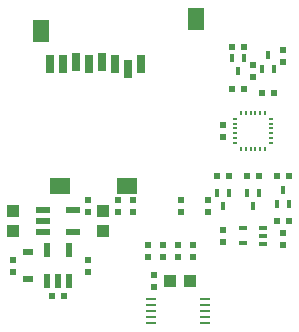
<source format=gbp>
G75*
%MOIN*%
%OFA0B0*%
%FSLAX25Y25*%
%IPPOS*%
%LPD*%
%AMOC8*
5,1,8,0,0,1.08239X$1,22.5*
%
%ADD10R,0.02165X0.04724*%
%ADD11R,0.02362X0.02362*%
%ADD12R,0.04331X0.03937*%
%ADD13R,0.03445X0.00984*%
%ADD14R,0.07087X0.05512*%
%ADD15R,0.05512X0.07480*%
%ADD16R,0.03150X0.05906*%
%ADD17R,0.01772X0.00984*%
%ADD18R,0.00984X0.01772*%
%ADD19R,0.02953X0.01575*%
%ADD20R,0.02700X0.01300*%
%ADD21R,0.01811X0.02559*%
%ADD22R,0.04724X0.02165*%
%ADD23R,0.03937X0.04331*%
%ADD24R,0.03268X0.02480*%
D10*
X0187848Y0094881D03*
X0191588Y0094881D03*
X0195329Y0094881D03*
X0195329Y0105119D03*
X0187848Y0105119D03*
D11*
X0176588Y0101969D03*
X0176588Y0098031D03*
X0189620Y0090000D03*
X0193557Y0090000D03*
X0201588Y0098031D03*
X0201588Y0101969D03*
X0221588Y0103031D03*
X0226588Y0103031D03*
X0231588Y0103031D03*
X0231588Y0106969D03*
X0226588Y0106969D03*
X0221588Y0106969D03*
X0236588Y0106969D03*
X0236588Y0103031D03*
X0246588Y0108031D03*
X0246588Y0111969D03*
X0241588Y0118031D03*
X0241588Y0121969D03*
X0232588Y0121969D03*
X0232588Y0118031D03*
X0216588Y0118031D03*
X0211588Y0118031D03*
X0211588Y0121969D03*
X0216588Y0121969D03*
X0201588Y0121969D03*
X0201588Y0118031D03*
X0223588Y0096969D03*
X0223588Y0093031D03*
X0266588Y0107031D03*
X0266588Y0110969D03*
X0264620Y0115000D03*
X0268557Y0115000D03*
X0268557Y0130000D03*
X0264620Y0130000D03*
X0258557Y0130000D03*
X0254620Y0130000D03*
X0248557Y0130000D03*
X0244620Y0130000D03*
X0246588Y0143031D03*
X0246588Y0146969D03*
X0249620Y0159000D03*
X0253557Y0159000D03*
X0256588Y0163031D03*
X0256588Y0166969D03*
X0253557Y0173000D03*
X0249620Y0173000D03*
X0266588Y0171969D03*
X0266588Y0168031D03*
X0263557Y0157500D03*
X0259620Y0157500D03*
D12*
X0235435Y0095000D03*
X0228742Y0095000D03*
D13*
X0222681Y0088937D03*
X0222681Y0086969D03*
X0222681Y0085000D03*
X0222681Y0083031D03*
X0222681Y0081063D03*
X0240496Y0081063D03*
X0240496Y0083031D03*
X0240496Y0085000D03*
X0240496Y0086969D03*
X0240496Y0088937D03*
D14*
X0214600Y0126575D03*
X0192159Y0126575D03*
D15*
X0185860Y0178346D03*
X0237632Y0182283D03*
D16*
X0219285Y0167126D03*
X0214955Y0165551D03*
X0210624Y0167126D03*
X0206293Y0167913D03*
X0201962Y0167126D03*
X0197632Y0167913D03*
X0193301Y0167126D03*
X0188970Y0167126D03*
D17*
X0250683Y0148937D03*
X0250683Y0147362D03*
X0250683Y0145787D03*
X0250683Y0144213D03*
X0250683Y0142638D03*
X0250683Y0141063D03*
X0262494Y0141063D03*
X0262494Y0142638D03*
X0262494Y0144213D03*
X0262494Y0145787D03*
X0262494Y0147362D03*
X0262494Y0148937D03*
D18*
X0260525Y0150906D03*
X0258951Y0150906D03*
X0257376Y0150906D03*
X0255801Y0150906D03*
X0254226Y0150906D03*
X0252651Y0150906D03*
X0252651Y0139094D03*
X0254226Y0139094D03*
X0255801Y0139094D03*
X0257376Y0139094D03*
X0258951Y0139094D03*
X0260525Y0139094D03*
D19*
X0253340Y0112559D03*
X0253340Y0107441D03*
D20*
X0259838Y0107350D03*
X0259838Y0110000D03*
X0259838Y0112650D03*
D21*
X0256588Y0119803D03*
X0254620Y0124331D03*
X0258557Y0124331D03*
X0264620Y0120669D03*
X0268557Y0120669D03*
X0266588Y0125197D03*
X0248557Y0124331D03*
X0244620Y0124331D03*
X0246588Y0119803D03*
X0251588Y0164803D03*
X0249620Y0169331D03*
X0253557Y0169331D03*
X0259620Y0165669D03*
X0263557Y0165669D03*
X0261588Y0170197D03*
D22*
X0196707Y0118740D03*
X0186470Y0118740D03*
X0186470Y0115000D03*
X0186470Y0111260D03*
X0196707Y0111260D03*
D23*
X0206588Y0111654D03*
X0206588Y0118346D03*
X0176588Y0118346D03*
X0176588Y0111654D03*
D24*
X0181588Y0095472D03*
X0181588Y0104528D03*
M02*

</source>
